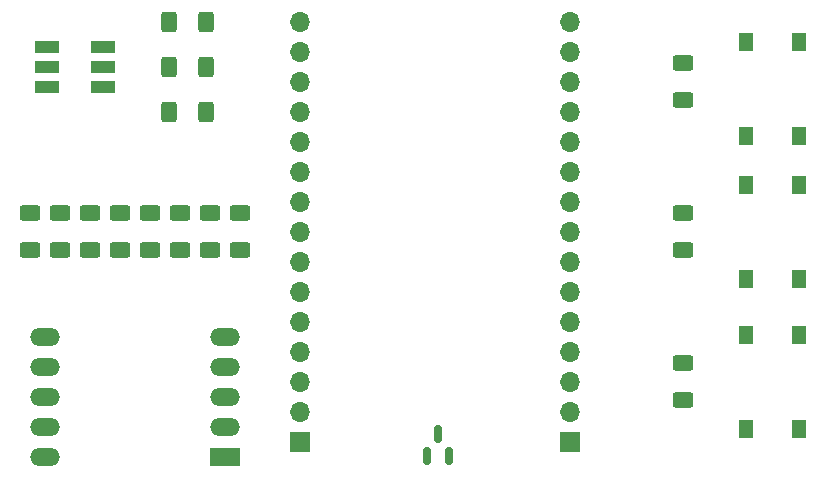
<source format=gbr>
%TF.GenerationSoftware,KiCad,Pcbnew,(5.99.0-9801-g46d71f0d23)*%
%TF.CreationDate,2021-03-18T00:24:41-04:00*%
%TF.ProjectId,PCB-S,5043422d-532e-46b6-9963-61645f706362,rev?*%
%TF.SameCoordinates,Original*%
%TF.FileFunction,Soldermask,Top*%
%TF.FilePolarity,Negative*%
%FSLAX46Y46*%
G04 Gerber Fmt 4.6, Leading zero omitted, Abs format (unit mm)*
G04 Created by KiCad (PCBNEW (5.99.0-9801-g46d71f0d23)) date 2021-03-18 00:24:41*
%MOMM*%
%LPD*%
G01*
G04 APERTURE LIST*
G04 Aperture macros list*
%AMRoundRect*
0 Rectangle with rounded corners*
0 $1 Rounding radius*
0 $2 $3 $4 $5 $6 $7 $8 $9 X,Y pos of 4 corners*
0 Add a 4 corners polygon primitive as box body*
4,1,4,$2,$3,$4,$5,$6,$7,$8,$9,$2,$3,0*
0 Add four circle primitives for the rounded corners*
1,1,$1+$1,$2,$3*
1,1,$1+$1,$4,$5*
1,1,$1+$1,$6,$7*
1,1,$1+$1,$8,$9*
0 Add four rect primitives between the rounded corners*
20,1,$1+$1,$2,$3,$4,$5,0*
20,1,$1+$1,$4,$5,$6,$7,0*
20,1,$1+$1,$6,$7,$8,$9,0*
20,1,$1+$1,$8,$9,$2,$3,0*%
G04 Aperture macros list end*
%ADD10RoundRect,0.250000X-0.625000X0.400000X-0.625000X-0.400000X0.625000X-0.400000X0.625000X0.400000X0*%
%ADD11RoundRect,0.250000X0.400000X0.625000X-0.400000X0.625000X-0.400000X-0.625000X0.400000X-0.625000X0*%
%ADD12R,1.300000X1.550000*%
%ADD13RoundRect,0.250000X0.625000X-0.400000X0.625000X0.400000X-0.625000X0.400000X-0.625000X-0.400000X0*%
%ADD14RoundRect,0.150000X0.150000X-0.587500X0.150000X0.587500X-0.150000X0.587500X-0.150000X-0.587500X0*%
%ADD15R,1.700000X1.700000*%
%ADD16O,1.700000X1.700000*%
%ADD17R,2.524000X1.524000*%
%ADD18O,2.524000X1.524000*%
%ADD19R,2.000000X1.100000*%
G04 APERTURE END LIST*
D10*
%TO.C,R2*%
X170180000Y-49885000D03*
X170180000Y-52985000D03*
%TD*%
D11*
%TO.C,R9*%
X182525000Y-37465000D03*
X179425000Y-37465000D03*
%TD*%
D10*
%TO.C,R7*%
X182880000Y-49885000D03*
X182880000Y-52985000D03*
%TD*%
D12*
%TO.C,SW3*%
X228255000Y-43345000D03*
X228255000Y-35395000D03*
X232755000Y-43345000D03*
X232755000Y-35395000D03*
%TD*%
D13*
%TO.C,R12*%
X222885000Y-65685000D03*
X222885000Y-62585000D03*
%TD*%
D10*
%TO.C,R3*%
X172720000Y-49885000D03*
X172720000Y-52985000D03*
%TD*%
%TO.C,R8*%
X185420000Y-49885000D03*
X185420000Y-52985000D03*
%TD*%
D13*
%TO.C,R14*%
X222885000Y-40285000D03*
X222885000Y-37185000D03*
%TD*%
%TO.C,R13*%
X222885000Y-52985000D03*
X222885000Y-49885000D03*
%TD*%
D11*
%TO.C,R11*%
X182525000Y-33655000D03*
X179425000Y-33655000D03*
%TD*%
D12*
%TO.C,SW1*%
X228255000Y-60160000D03*
X228255000Y-68110000D03*
X232755000Y-60160000D03*
X232755000Y-68110000D03*
%TD*%
D14*
%TO.C,U1*%
X201234000Y-70406500D03*
X203134000Y-70406500D03*
X202184000Y-68531500D03*
%TD*%
D10*
%TO.C,R6*%
X180340000Y-49885000D03*
X180340000Y-52985000D03*
%TD*%
D11*
%TO.C,R10*%
X182525000Y-41275000D03*
X179425000Y-41275000D03*
%TD*%
D10*
%TO.C,R1*%
X167640000Y-49885000D03*
X167640000Y-52985000D03*
%TD*%
D15*
%TO.C,J1*%
X213360000Y-69215000D03*
D16*
X213360000Y-66675000D03*
X213360000Y-64135000D03*
X213360000Y-61595000D03*
X213360000Y-59055000D03*
X213360000Y-56515000D03*
X213360000Y-53975000D03*
X213360000Y-51435000D03*
X213360000Y-48895000D03*
X213360000Y-46355000D03*
X213360000Y-43815000D03*
X213360000Y-41275000D03*
X213360000Y-38735000D03*
X213360000Y-36195000D03*
X213360000Y-33655000D03*
%TD*%
D15*
%TO.C,J2*%
X190500000Y-69215000D03*
D16*
X190500000Y-66675000D03*
X190500000Y-64135000D03*
X190500000Y-61595000D03*
X190500000Y-59055000D03*
X190500000Y-56515000D03*
X190500000Y-53975000D03*
X190500000Y-51435000D03*
X190500000Y-48895000D03*
X190500000Y-46355000D03*
X190500000Y-43815000D03*
X190500000Y-41275000D03*
X190500000Y-38735000D03*
X190500000Y-36195000D03*
X190500000Y-33655000D03*
%TD*%
D10*
%TO.C,R4*%
X175260000Y-49885000D03*
X175260000Y-52985000D03*
%TD*%
%TO.C,R5*%
X177800000Y-49885000D03*
X177800000Y-52985000D03*
%TD*%
D12*
%TO.C,SW2*%
X228255000Y-47460000D03*
X228255000Y-55410000D03*
X232755000Y-55410000D03*
X232755000Y-47460000D03*
%TD*%
D17*
%TO.C,D1*%
X184150000Y-70485000D03*
D18*
X184150000Y-67945000D03*
X184150000Y-65405000D03*
X184150000Y-62865000D03*
X184150000Y-60325000D03*
X168910000Y-60325000D03*
X168910000Y-62865000D03*
X168910000Y-65405000D03*
X168910000Y-67945000D03*
X168910000Y-70485000D03*
%TD*%
D19*
%TO.C,D2*%
X173850000Y-39165000D03*
X173850000Y-37465000D03*
X173850000Y-35765000D03*
X169050000Y-35765000D03*
X169050000Y-37465000D03*
X169050000Y-39165000D03*
%TD*%
M02*

</source>
